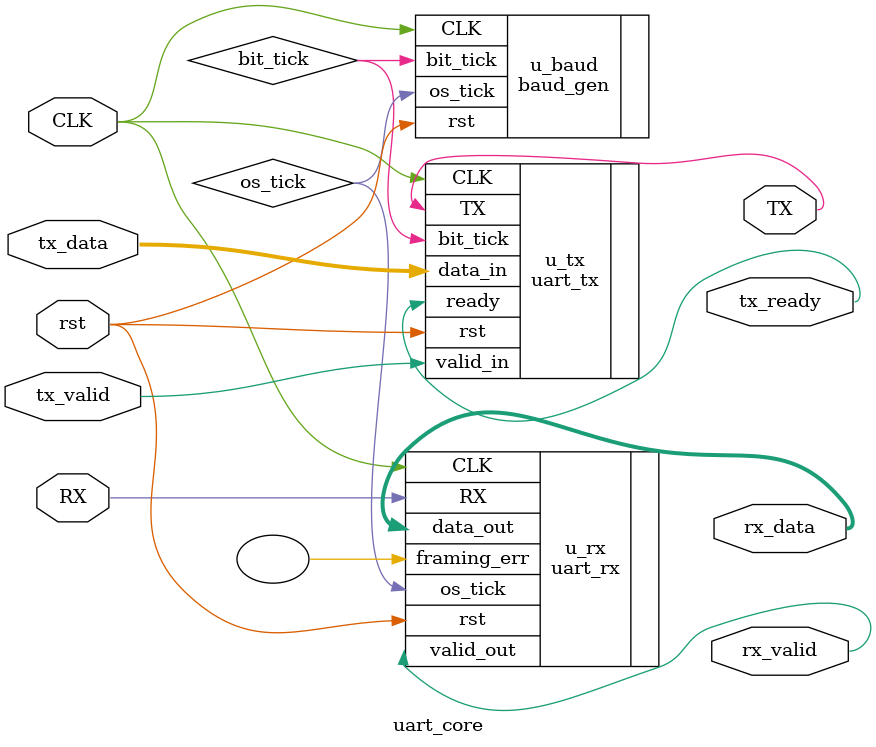
<source format=v>
`timescale 1ns / 1ps

module uart_core #(
    parameter integer FCLK_HZ = 100_000_000,
    parameter integer BAUD    = 3_125_000,
    parameter integer OS      = 16
)(
    input  wire CLK,
    input  wire rst,
    input  wire RX,
    output wire TX,

    output wire [7:0] rx_data,
    output wire       rx_valid,

    input  wire [7:0] tx_data,
    input  wire       tx_valid,
    output wire       tx_ready
);

    wire bit_tick, os_tick;

    baud_gen #(
        .FCLK_HZ(FCLK_HZ),
        .BAUD(BAUD),
        .OS(OS)
    ) u_baud (
        .CLK(CLK),
        .rst(rst),
        .bit_tick(bit_tick),
        .os_tick(os_tick)
    );

    uart_rx #(
        .OS(OS)
    ) u_rx (
        .CLK(CLK),
        .rst(rst),
        .os_tick(os_tick),
        .RX(RX),
        .data_out(rx_data),
        .valid_out(rx_valid),
        .framing_err()
    );

    uart_tx u_tx (
        .CLK(CLK),
        .rst(rst),
        .bit_tick(bit_tick),
        .data_in(tx_data),
        .valid_in(tx_valid),
        .ready(tx_ready),
        .TX(TX)
    );

endmodule

</source>
